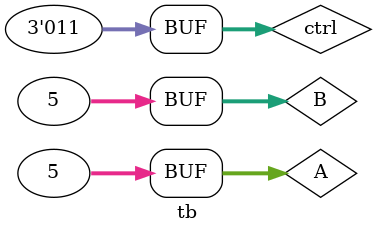
<source format=v>
module tb();

  reg [31:0]A,B;
  reg [2:0] ctrl;
  wire [31:0] Result;
  
  // Module Declaratrion
  ALU dut(
    .A(A), .B(B), .ctrl(ctrl), .Result(Result)
  );

  initial begin
    $dumpfile("dump.vcd");
    $dumpvars(0);
  end

  initial begin
    A <= 32'd8;
    B <= 32'd5;
    ctrl <= 3'b000;
    #100;
    
    A <= 32'd7;
    B <= 32'd3;
    ctrl <= 3'b001;
    #100;
    
    A <= 32'd5;
    B <= 32'd2;
    ctrl <= 3'b010;
    #100;
    
    A <= 32'd5;
    B <= 32'd5;
    ctrl <= 3'b011;
    #100;

  end

endmodule 
</source>
